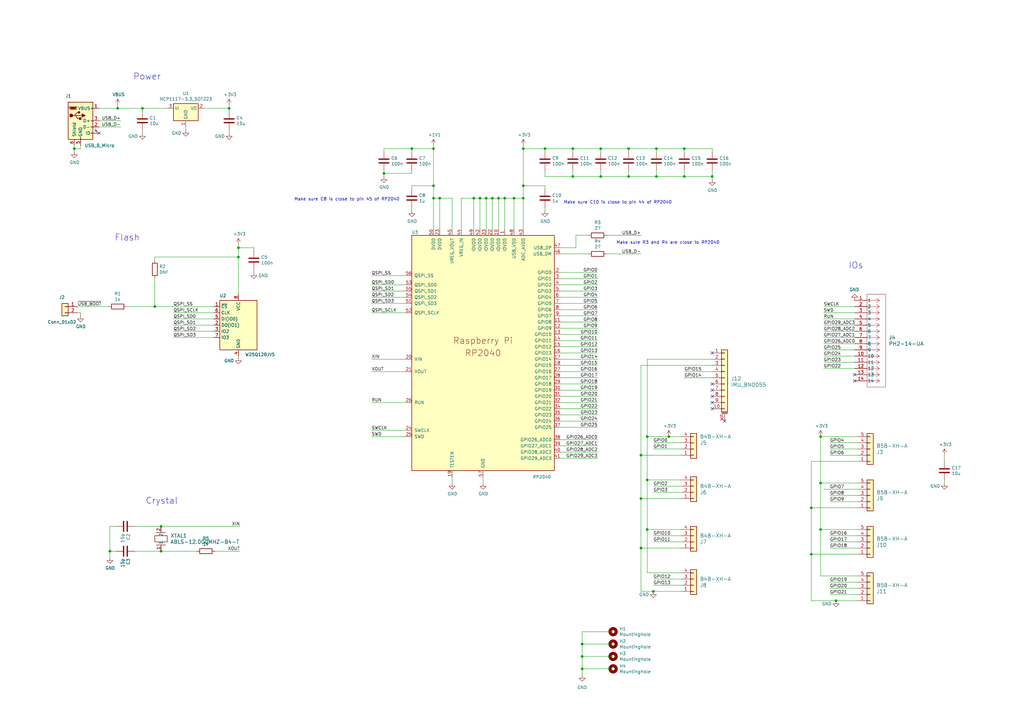
<source format=kicad_sch>
(kicad_sch (version 20230121) (generator eeschema)
  (paper "A3")
  (title_block (date "2024-01-16"))
  (lib_symbols
    (symbol "2024-02-16_17-56-34:PH2-14-UA" (pin_names (offset 0.254))
      (property "Reference" "J" (at 8.89 6.35 0))
      (property "Value" "PH2-14-UA" (at 0 0 0))
      (symbol "PH2-14-UA_1_1"
        (pin unspecified line (at 0 0 0) (length 5.08) (name "1") (number "1"))
        (pin unspecified line (at 0 -22.86 0) (length 5.08) (name "10") (number "10"))
        (pin unspecified line (at 0 -25.4 0) (length 5.08) (name "11") (number "11"))
        (pin unspecified line (at 0 -27.94 0) (length 5.08) (name "12") (number "12"))
        (pin unspecified line (at 0 -30.48 0) (length 5.08) (name "13") (number "13"))
        (pin unspecified line (at 0 -33.02 0) (length 5.08) (name "14") (number "14"))
        (pin unspecified line (at 0 -2.54 0) (length 5.08) (name "2") (number "2"))
        (pin unspecified line (at 0 -5.08 0) (length 5.08) (name "3") (number "3"))
        (pin unspecified line (at 0 -7.62 0) (length 5.08) (name "4") (number "4"))
        (pin unspecified line (at 0 -10.16 0) (length 5.08) (name "5") (number "5"))
        (pin unspecified line (at 0 -12.7 0) (length 5.08) (name "6") (number "6"))
        (pin unspecified line (at 0 -15.24 0) (length 5.08) (name "7") (number "7"))
        (pin unspecified line (at 0 -17.78 0) (length 5.08) (name "8") (number "8"))
        (pin unspecified line (at 0 -20.32 0) (length 5.08) (name "9") (number "9"))
      )
      (symbol "PH2-14-UA_1_2"
        (pin unspecified line (at 0 0 0) (length 5.08) (name "1") (number "1"))
        (pin unspecified line (at 0 -22.86 0) (length 5.08) (name "10") (number "10"))
        (pin unspecified line (at 0 -25.4 0) (length 5.08) (name "11") (number "11"))
        (pin unspecified line (at 0 -27.94 0) (length 5.08) (name "12") (number "12"))
        (pin unspecified line (at 0 -30.48 0) (length 5.08) (name "13") (number "13"))
        (pin unspecified line (at 0 -33.02 0) (length 5.08) (name "14") (number "14"))
        (pin unspecified line (at 0 -2.54 0) (length 5.08) (name "2") (number "2"))
        (pin unspecified line (at 0 -5.08 0) (length 5.08) (name "3") (number "3"))
        (pin unspecified line (at 0 -7.62 0) (length 5.08) (name "4") (number "4"))
        (pin unspecified line (at 0 -10.16 0) (length 5.08) (name "5") (number "5"))
        (pin unspecified line (at 0 -12.7 0) (length 5.08) (name "6") (number "6"))
        (pin unspecified line (at 0 -15.24 0) (length 5.08) (name "7") (number "7"))
        (pin unspecified line (at 0 -17.78 0) (length 5.08) (name "8") (number "8"))
        (pin unspecified line (at 0 -20.32 0) (length 5.08) (name "9") (number "9"))
      )
    )
    (symbol "2024-04-02_20-12-24:ABLS-12.000MHZ-B4-T" (pin_names (offset 0.254))
      (property "Reference" "XTAL" (at 5.08 4.445 0))
      (property "Value" "ABLS-12.000MHZ-B4-T" (at 5.08 -4.445 0))
      (symbol "ABLS-12.000MHZ-B4-T_1_1"
        (pin unspecified line (at 0 0 0) (length 2.54) (name "1") (number "1"))
        (pin unspecified line (at 10.16 0 180) (length 2.54) (name "2") (number "2"))
      )
      (symbol "ABLS-12.000MHZ-B4-T_1_2"
        (pin unspecified line (at 0 0 90) (length 2.54) (name "1") (number "1"))
        (pin unspecified line (at 0 10.16 270) (length 2.54) (name "2") (number "2"))
      )
    )
    (symbol "Connector:USB_B_Micro" (pin_names (offset 1.016))
      (property "Reference" "J" (at -5.08 11.43 0))
      (property "Value" "USB_B_Micro" (at -5.08 8.89 0))
      (symbol "USB_B_Micro_1_1"
        (pin power_out line (at 7.62 5.08 180) (length 2.54) (name "VBUS") (number "1"))
        (pin bidirectional line (at 7.62 -2.54 180) (length 2.54) (name "D-") (number "2"))
        (pin bidirectional line (at 7.62 0 180) (length 2.54) (name "D+") (number "3"))
        (pin passive line (at 7.62 -5.08 180) (length 2.54) (name "ID") (number "4"))
        (pin power_out line (at 0 -10.16 90) (length 2.54) (name "GND") (number "5"))
        (pin passive line (at -2.54 -10.16 90) (length 2.54) (name "Shield") (number "6"))
      )
    )
    (symbol "Connector_Generic:Conn_01x02" (pin_names (offset 1.016) hide)
      (property "Reference" "J" (at 0 2.54 0))
      (property "Value" "Conn_01x02" (at 0 -5.08 0))
      (symbol "Conn_01x02_1_1"
        (pin passive line (at -5.08 0 0) (length 3.81) (name "Pin_1") (number "1"))
        (pin passive line (at -5.08 -2.54 0) (length 3.81) (name "Pin_2") (number "2"))
      )
    )
    (symbol "Connector_Generic:Conn_01x04" (pin_names (offset 1.016) hide)
      (property "Reference" "J" (at 0 5.08 0))
      (property "Value" "Conn_01x04" (at 0 -7.62 0))
      (symbol "Conn_01x04_1_1"
        (pin passive line (at -5.08 2.54 0) (length 3.81) (name "Pin_1") (number "1"))
        (pin passive line (at -5.08 0 0) (length 3.81) (name "Pin_2") (number "2"))
        (pin passive line (at -5.08 -2.54 0) (length 3.81) (name "Pin_3") (number "3"))
        (pin passive line (at -5.08 -5.08 0) (length 3.81) (name "Pin_4") (number "4"))
      )
    )
    (symbol "Connector_Generic:Conn_01x05" (pin_names (offset 1.016) hide)
      (property "Reference" "J" (at 0 7.62 0))
      (property "Value" "Conn_01x05" (at 0 -7.62 0))
      (symbol "Conn_01x05_1_1"
        (pin passive line (at -5.08 5.08 0) (length 3.81) (name "Pin_1") (number "1"))
        (pin passive line (at -5.08 2.54 0) (length 3.81) (name "Pin_2") (number "2"))
        (pin passive line (at -5.08 0 0) (length 3.81) (name "Pin_3") (number "3"))
        (pin passive line (at -5.08 -2.54 0) (length 3.81) (name "Pin_4") (number "4"))
        (pin passive line (at -5.08 -5.08 0) (length 3.81) (name "Pin_5") (number "5"))
      )
    )
    (symbol "Connector_Generic_MountingPin:Conn_01x10_MountingPin" (pin_names (offset 1.016) hide)
      (property "Reference" "J" (at 0 12.7 0))
      (property "Value" "Conn_01x10_MountingPin" (at 1.27 -15.24 0))
      (symbol "Conn_01x10_MountingPin_1_1"
        (text "Mounting" (at 0 -14.351 0) (effects (font (size 0.381 0.381))))
        (pin passive line (at -5.08 10.16 0) (length 3.81) (name "Pin_1") (number "1"))
        (pin passive line (at -5.08 -12.7 0) (length 3.81) (name "Pin_10") (number "10"))
        (pin passive line (at -5.08 7.62 0) (length 3.81) (name "Pin_2") (number "2"))
        (pin passive line (at -5.08 5.08 0) (length 3.81) (name "Pin_3") (number "3"))
        (pin passive line (at -5.08 2.54 0) (length 3.81) (name "Pin_4") (number "4"))
        (pin passive line (at -5.08 0 0) (length 3.81) (name "Pin_5") (number "5"))
        (pin passive line (at -5.08 -2.54 0) (length 3.81) (name "Pin_6") (number "6"))
        (pin passive line (at -5.08 -5.08 0) (length 3.81) (name "Pin_7") (number "7"))
        (pin passive line (at -5.08 -7.62 0) (length 3.81) (name "Pin_8") (number "8"))
        (pin passive line (at -5.08 -10.16 0) (length 3.81) (name "Pin_9") (number "9"))
        (pin passive line (at 0 -17.78 90) (length 3.048) (name "MountPin") (number "MP"))
      )
    )
    (symbol "Device:C" (pin_numbers hide) (pin_names (offset 0.254))
      (property "Reference" "C" (at 0.635 2.54 0))
      (property "Value" "C" (at 0.635 -2.54 0))
      (symbol "C_1_1"
        (pin passive line (at 0 3.81 270) (length 2.794) (name "~") (number "1"))
        (pin passive line (at 0 -3.81 90) (length 2.794) (name "~") (number "2"))
      )
    )
    (symbol "Device:R" (pin_numbers hide) (pin_names (offset 0))
      (property "Reference" "R" (at 2.032 0 90))
      (property "Value" "R" (at 0 0 90))
      (symbol "R_1_1"
        (pin passive line (at 0 3.81 270) (length 1.27) (name "~") (number "1"))
        (pin passive line (at 0 -3.81 90) (length 1.27) (name "~") (number "2"))
      )
    )
    (symbol "MCU_RaspberryPi_RP2040:RP2040" (pin_names (offset 1.016))
      (property "Reference" "U" (at -29.21 49.53 0))
      (property "Value" "RP2040" (at 24.13 -49.53 0))
      (symbol "RP2040_0_0"
        (text "Raspberry Pi" (at 0 5.08 0) (effects (font (size 2.54 2.54))))
        (text "RP2040" (at 0 0 0) (effects (font (size 2.54 2.54))))
      )
      (symbol "RP2040_1_1"
        (pin power_in line (at 8.89 50.8 270) (length 2.54) (name "IOVDD") (number "1"))
        (pin power_in line (at 6.35 50.8 270) (length 2.54) (name "IOVDD") (number "10"))
        (pin bidirectional line (at 31.75 12.7 180) (length 2.54) (name "GPIO8") (number "11"))
        (pin bidirectional line (at 31.75 10.16 180) (length 2.54) (name "GPIO9") (number "12"))
        (pin bidirectional line (at 31.75 7.62 180) (length 2.54) (name "GPIO10") (number "13"))
        (pin bidirectional line (at 31.75 5.08 180) (length 2.54) (name "GPIO11") (number "14"))
        (pin bidirectional line (at 31.75 2.54 180) (length 2.54) (name "GPIO12") (number "15"))
        (pin bidirectional line (at 31.75 0 180) (length 2.54) (name "GPIO13") (number "16"))
        (pin bidirectional line (at 31.75 -2.54 180) (length 2.54) (name "GPIO14") (number "17"))
        (pin bidirectional line (at 31.75 -5.08 180) (length 2.54) (name "GPIO15") (number "18"))
        (pin passive line (at -12.7 -50.8 90) (length 2.54) (name "TESTEN") (number "19"))
        (pin bidirectional line (at 31.75 33.02 180) (length 2.54) (name "GPIO0") (number "2"))
        (pin input line (at -31.75 -2.54 0) (length 2.54) (name "XIN") (number "20"))
        (pin passive line (at -31.75 -7.62 0) (length 2.54) (name "XOUT") (number "21"))
        (pin power_in line (at 3.81 50.8 270) (length 2.54) (name "IOVDD") (number "22"))
        (pin power_in line (at -17.78 50.8 270) (length 2.54) (name "DVDD") (number "23"))
        (pin output line (at -31.75 -31.75 0) (length 2.54) (name "SWCLK") (number "24"))
        (pin bidirectional line (at -31.75 -34.29 0) (length 2.54) (name "SWD") (number "25"))
        (pin input line (at -31.75 -20.32 0) (length 2.54) (name "RUN") (number "26"))
        (pin bidirectional line (at 31.75 -7.62 180) (length 2.54) (name "GPIO16") (number "27"))
        (pin bidirectional line (at 31.75 -10.16 180) (length 2.54) (name "GPIO17") (number "28"))
        (pin bidirectional line (at 31.75 -12.7 180) (length 2.54) (name "GPIO18") (number "29"))
        (pin bidirectional line (at 31.75 30.48 180) (length 2.54) (name "GPIO1") (number "3"))
        (pin bidirectional line (at 31.75 -15.24 180) (length 2.54) (name "GPIO19") (number "30"))
        (pin bidirectional line (at 31.75 -17.78 180) (length 2.54) (name "GPIO20") (number "31"))
        (pin bidirectional line (at 31.75 -20.32 180) (length 2.54) (name "GPIO21") (number "32"))
        (pin power_in line (at 1.27 50.8 270) (length 2.54) (name "IOVDD") (number "33"))
        (pin bidirectional line (at 31.75 -22.86 180) (length 2.54) (name "GPIO22") (number "34"))
        (pin bidirectional line (at 31.75 -25.4 180) (length 2.54) (name "GPIO23") (number "35"))
        (pin bidirectional line (at 31.75 -27.94 180) (length 2.54) (name "GPIO24") (number "36"))
        (pin bidirectional line (at 31.75 -30.48 180) (length 2.54) (name "GPIO25") (number "37"))
        (pin bidirectional line (at 31.75 -35.56 180) (length 2.54) (name "GPIO26_ADC0") (number "38"))
        (pin bidirectional line (at 31.75 -38.1 180) (length 2.54) (name "GPIO27_ADC1") (number "39"))
        (pin bidirectional line (at 31.75 27.94 180) (length 2.54) (name "GPIO2") (number "4"))
        (pin bidirectional line (at 31.75 -40.64 180) (length 2.54) (name "GPIO28_ADC2") (number "40"))
        (pin bidirectional line (at 31.75 -43.18 180) (length 2.54) (name "GPIO29_ADC3") (number "41"))
        (pin power_in line (at -1.27 50.8 270) (length 2.54) (name "IOVDD") (number "42"))
        (pin power_in line (at 16.51 50.8 270) (length 2.54) (name "ADC_AVDD") (number "43"))
        (pin power_in line (at -8.89 50.8 270) (length 2.54) (name "VREG_IN") (number "44"))
        (pin power_out line (at -12.7 50.8 270) (length 2.54) (name "VREG_VOUT") (number "45"))
        (pin bidirectional line (at 31.75 40.64 180) (length 2.54) (name "USB_DM") (number "46"))
        (pin bidirectional line (at 31.75 43.18 180) (length 2.54) (name "USB_DP") (number "47"))
        (pin power_in line (at 12.7 50.8 270) (length 2.54) (name "USB_VDD") (number "48"))
        (pin power_in line (at -3.81 50.8 270) (length 2.54) (name "IOVDD") (number "49"))
        (pin bidirectional line (at 31.75 25.4 180) (length 2.54) (name "GPIO3") (number "5"))
        (pin power_in line (at -20.32 50.8 270) (length 2.54) (name "DVDD") (number "50"))
        (pin bidirectional line (at -31.75 20.32 0) (length 2.54) (name "QSPI_SD3") (number "51"))
        (pin output line (at -31.75 16.51 0) (length 2.54) (name "QSPI_SCLK") (number "52"))
        (pin bidirectional line (at -31.75 27.94 0) (length 2.54) (name "QSPI_SD0") (number "53"))
        (pin bidirectional line (at -31.75 22.86 0) (length 2.54) (name "QSPI_SD2") (number "54"))
        (pin bidirectional line (at -31.75 25.4 0) (length 2.54) (name "QSPI_SD1") (number "55"))
        (pin bidirectional line (at -31.75 31.75 0) (length 2.54) (name "QSPI_SS") (number "56"))
        (pin power_in line (at 0 -50.8 90) (length 2.54) (name "GND") (number "57"))
        (pin bidirectional line (at 31.75 22.86 180) (length 2.54) (name "GPIO4") (number "6"))
        (pin bidirectional line (at 31.75 20.32 180) (length 2.54) (name "GPIO5") (number "7"))
        (pin bidirectional line (at 31.75 17.78 180) (length 2.54) (name "GPIO6") (number "8"))
        (pin bidirectional line (at 31.75 15.24 180) (length 2.54) (name "GPIO7") (number "9"))
      )
    )
    (symbol "Mechanical:MountingHole" (pin_names (offset 1.016))
      (property "Reference" "H" (at 0 5.08 0))
      (property "Value" "MountingHole" (at 0 3.175 0))
    )
    (symbol "Memory_Flash:W25Q128JVS"
      (property "Reference" "U" (at -8.89 8.89 0))
      (property "Value" "W25Q128JVS" (at 7.62 8.89 0))
      (symbol "W25Q128JVS_1_1"
        (pin input line (at -10.16 7.62 0) (length 2.54) (name "~{CS}") (number "1"))
        (pin bidirectional line (at -10.16 0 0) (length 2.54) (name "DO(IO1)") (number "2"))
        (pin bidirectional line (at -10.16 -2.54 0) (length 2.54) (name "IO2") (number "3"))
        (pin power_in line (at 0 -12.7 90) (length 2.54) (name "GND") (number "4"))
        (pin bidirectional line (at -10.16 2.54 0) (length 2.54) (name "DI(IO0)") (number "5"))
        (pin input line (at -10.16 5.08 0) (length 2.54) (name "CLK") (number "6"))
        (pin bidirectional line (at -10.16 -5.08 0) (length 2.54) (name "IO3") (number "7"))
        (pin power_in line (at 0 12.7 270) (length 2.54) (name "VCC") (number "8"))
      )
    )
    (symbol "Regulator_Linear:NCP1117-3.3_SOT223"
      (property "Reference" "U" (at -3.81 3.175 0))
      (property "Value" "NCP1117-3.3_SOT223" (at 0 3.175 0))
      (symbol "NCP1117-3.3_SOT223_1_1"
        (pin power_in line (at 0 -7.62 90) (length 2.54) (name "GND") (number "1"))
        (pin power_out line (at 7.62 0 180) (length 2.54) (name "VO") (number "2"))
        (pin power_in line (at -7.62 0 0) (length 2.54) (name "VI") (number "3"))
      )
    )
    (symbol "power:+1V1" (power) (pin_names (offset 0))
      (property "Value" "+1V1" (at 0 3.556 0))
      (symbol "+1V1_1_1"
        (pin power_in line (at 0 0 90) (length 0) hide (name "+1V1") (number "1"))
      )
    )
    (symbol "power:+3V3" (power) (pin_names (offset 0))
      (property "Value" "+3V3" (at 0 3.556 0))
      (symbol "+3V3_1_1"
        (pin power_in line (at 0 0 90) (length 0) hide (name "+3V3") (number "1"))
      )
    )
    (symbol "power:GND" (power) (pin_names (offset 0))
      (property "Value" "GND" (at 0 -3.81 0))
      (symbol "GND_1_1"
        (pin power_in line (at 0 0 270) (length 0) hide (name "GND") (number "1"))
      )
    )
    (symbol "power:VBUS" (power) (pin_names (offset 0))
      (property "Value" "VBUS" (at 0 3.81 0))
      (symbol "VBUS_1_1"
        (pin power_in line (at 0 0 90) (length 0) hide (name "VBUS") (number "1"))
      )
    )
  )
  (junction (at 201.93 81.28))
  (junction (at 199.39 81.28))
  (junction (at 238.76 269.24))
  (junction (at 97.79 105.41))
  (junction (at 336.55 217.17))
  (junction (at 265.43 217.17))
  (junction (at 177.8 76.2))
  (junction (at 214.63 76.2))
  (junction (at 336.55 198.12))
  (junction (at 168.91 60.96))
  (junction (at 45.085 226.06))
  (junction (at 223.52 60.96))
  (junction (at 246.38 72.39))
  (junction (at 257.81 60.96))
  (junction (at 342.9 246.38))
  (junction (at 246.38 60.96))
  (junction (at 177.8 81.28))
  (junction (at 336.55 179.07))
  (junction (at 265.43 196.85))
  (junction (at 180.34 81.28))
  (junction (at 204.47 81.28))
  (junction (at 157.48 71.12))
  (junction (at 93.98 44.45))
  (junction (at 280.67 60.96))
  (junction (at 66.04 226.06))
  (junction (at 265.43 179.07))
  (junction (at 262.89 204.47))
  (junction (at 292.1 72.39))
  (junction (at 332.74 208.28))
  (junction (at 274.32 179.07))
  (junction (at 48.26 44.45))
  (junction (at 257.81 72.39))
  (junction (at 97.79 101.6))
  (junction (at 66.04 215.9))
  (junction (at 30.48 60.96))
  (junction (at 238.76 264.16))
  (junction (at 177.8 60.96))
  (junction (at 234.95 72.39))
  (junction (at 269.24 72.39))
  (junction (at 262.89 224.79))
  (junction (at 58.42 44.45))
  (junction (at 332.74 227.33))
  (junction (at 267.97 242.57))
  (junction (at 207.01 81.28))
  (junction (at 214.63 81.28))
  (junction (at 63.5 125.73))
  (junction (at 238.76 274.32))
  (junction (at 196.85 81.28))
  (junction (at 214.63 60.96))
  (junction (at 194.31 81.28))
  (junction (at 269.24 60.96))
  (junction (at 262.89 186.69))
  (junction (at 280.67 72.39))
  (junction (at 210.82 81.28))
  (junction (at 234.95 60.96))
  (no_connect (at 297.18 172.72))
  (no_connect (at 292.1 160.02))
  (no_connect (at 292.1 144.78))
  (no_connect (at 350.52 153.67))
  (no_connect (at 292.1 165.1))
  (no_connect (at 40.64 54.61))
  (no_connect (at 292.1 157.48))
  (no_connect (at 292.1 167.64))
  (no_connect (at 350.52 156.21))
  (no_connect (at 292.1 162.56))
  (wire (pts (xy 177.8 81.28) (xy 177.8 93.98)))
  (wire (pts (xy 229.87 137.16) (xy 245.11 137.16)))
  (wire (pts (xy 157.48 71.12) (xy 168.91 71.12)))
  (wire (pts (xy 236.22 96.52) (xy 236.22 101.6)))
  (wire (pts (xy 274.32 179.07) (xy 279.4 179.07)))
  (wire (pts (xy 48.26 44.45) (xy 58.42 44.45)))
  (wire (pts (xy 350.52 146.05) (xy 337.82 146.05)))
  (wire (pts (xy 246.38 60.96) (xy 257.81 60.96)))
  (wire (pts (xy 207.01 81.28) (xy 210.82 81.28)))
  (wire (pts (xy 265.43 217.17) (xy 265.43 234.95)))
  (wire (pts (xy 238.76 259.08) (xy 238.76 264.16)))
  (wire (pts (xy 387.35 196.85) (xy 387.35 198.12)))
  (wire (pts (xy 87.63 138.43) (xy 71.12 138.43)))
  (wire (pts (xy 246.38 62.23) (xy 246.38 60.96)))
  (wire (pts (xy 336.55 217.17) (xy 336.55 236.22)))
  (wire (pts (xy 177.8 59.69) (xy 177.8 60.96)))
  (wire (pts (xy 340.36 205.74) (xy 351.79 205.74)))
  (wire (pts (xy 229.87 149.86) (xy 245.11 149.86)))
  (wire (pts (xy 336.55 236.22) (xy 351.79 236.22)))
  (wire (pts (xy 351.79 243.84) (xy 340.36 243.84)))
  (wire (pts (xy 97.79 101.6) (xy 97.79 105.41)))
  (wire (pts (xy 342.9 246.38) (xy 332.74 246.38)))
  (wire (pts (xy 58.42 53.34) (xy 58.42 54.61)))
  (wire (pts (xy 229.87 175.26) (xy 245.11 175.26)))
  (wire (pts (xy 194.31 81.28) (xy 196.85 81.28)))
  (wire (pts (xy 229.87 170.18) (xy 245.11 170.18)))
  (wire (pts (xy 48.26 43.18) (xy 48.26 44.45)))
  (wire (pts (xy 265.43 179.07) (xy 274.32 179.07)))
  (wire (pts (xy 229.87 104.14) (xy 241.3 104.14)))
  (wire (pts (xy 340.36 186.69) (xy 351.79 186.69)))
  (wire (pts (xy 351.79 246.38) (xy 342.9 246.38)))
  (wire (pts (xy 229.87 111.76) (xy 245.11 111.76)))
  (wire (pts (xy 279.4 186.69) (xy 262.89 186.69)))
  (wire (pts (xy 71.12 128.27) (xy 87.63 128.27)))
  (wire (pts (xy 97.79 100.33) (xy 97.79 101.6)))
  (wire (pts (xy 248.92 96.52) (xy 262.89 96.52)))
  (wire (pts (xy 185.42 93.98) (xy 185.42 81.28)))
  (wire (pts (xy 238.76 269.24) (xy 251.46 269.24)))
  (wire (pts (xy 265.43 147.32) (xy 265.43 179.07)))
  (wire (pts (xy 246.38 69.85) (xy 246.38 72.39)))
  (wire (pts (xy 229.87 116.84) (xy 245.11 116.84)))
  (wire (pts (xy 336.55 198.12) (xy 351.79 198.12)))
  (wire (pts (xy 265.43 179.07) (xy 265.43 196.85)))
  (wire (pts (xy 58.42 45.72) (xy 58.42 44.45)))
  (wire (pts (xy 177.8 76.2) (xy 177.8 81.28)))
  (wire (pts (xy 280.67 154.94) (xy 292.1 154.94)))
  (wire (pts (xy 267.97 219.71) (xy 279.4 219.71)))
  (wire (pts (xy 189.23 81.28) (xy 194.31 81.28)))
  (wire (pts (xy 157.48 60.96) (xy 168.91 60.96)))
  (wire (pts (xy 332.74 189.23) (xy 332.74 208.28)))
  (wire (pts (xy 229.87 185.42) (xy 245.11 185.42)))
  (wire (pts (xy 63.5 114.3) (xy 63.5 125.73)))
  (wire (pts (xy 265.43 196.85) (xy 279.4 196.85)))
  (wire (pts (xy 238.76 264.16) (xy 251.46 264.16)))
  (wire (pts (xy 157.48 69.85) (xy 157.48 71.12)))
  (wire (pts (xy 267.97 184.15) (xy 279.4 184.15)))
  (wire (pts (xy 152.4 124.46) (xy 166.37 124.46)))
  (wire (pts (xy 55.245 215.9) (xy 66.04 215.9)))
  (wire (pts (xy 332.74 227.33) (xy 351.79 227.33)))
  (wire (pts (xy 280.67 152.4) (xy 292.1 152.4)))
  (wire (pts (xy 93.98 45.72) (xy 93.98 44.45)))
  (wire (pts (xy 332.74 208.28) (xy 351.79 208.28)))
  (wire (pts (xy 214.63 81.28) (xy 214.63 93.98)))
  (wire (pts (xy 168.91 60.96) (xy 177.8 60.96)))
  (wire (pts (xy 44.45 125.73) (xy 31.75 125.73)))
  (wire (pts (xy 350.52 140.97) (xy 337.82 140.97)))
  (wire (pts (xy 214.63 76.2) (xy 223.52 76.2)))
  (wire (pts (xy 267.97 237.49) (xy 279.4 237.49)))
  (wire (pts (xy 97.79 146.685) (xy 97.79 146.05)))
  (wire (pts (xy 336.55 179.07) (xy 336.55 198.12)))
  (wire (pts (xy 199.39 93.98) (xy 199.39 81.28)))
  (wire (pts (xy 40.64 49.53) (xy 49.53 49.53)))
  (wire (pts (xy 177.8 60.96) (xy 177.8 76.2)))
  (wire (pts (xy 210.82 81.28) (xy 214.63 81.28)))
  (wire (pts (xy 152.4 119.38) (xy 166.37 119.38)))
  (wire (pts (xy 166.37 165.1) (xy 152.4 165.1)))
  (wire (pts (xy 340.36 224.79) (xy 351.79 224.79)))
  (wire (pts (xy 269.24 62.23) (xy 269.24 60.96)))
  (wire (pts (xy 350.52 135.89) (xy 337.82 135.89)))
  (wire (pts (xy 262.89 149.86) (xy 262.89 186.69)))
  (wire (pts (xy 332.74 227.33) (xy 332.74 246.38)))
  (wire (pts (xy 196.85 81.28) (xy 199.39 81.28)))
  (wire (pts (xy 87.63 133.35) (xy 71.12 133.35)))
  (wire (pts (xy 340.36 184.15) (xy 351.79 184.15)))
  (wire (pts (xy 223.52 62.23) (xy 223.52 60.96)))
  (wire (pts (xy 214.63 60.96) (xy 223.52 60.96)))
  (wire (pts (xy 104.14 101.6) (xy 97.79 101.6)))
  (wire (pts (xy 207.01 81.28) (xy 207.01 93.98)))
  (wire (pts (xy 340.36 238.76) (xy 351.79 238.76)))
  (wire (pts (xy 196.85 93.98) (xy 196.85 81.28)))
  (wire (pts (xy 33.02 59.69) (xy 33.02 60.96)))
  (wire (pts (xy 45.085 226.06) (xy 45.085 228.6)))
  (wire (pts (xy 229.87 101.6) (xy 236.22 101.6)))
  (wire (pts (xy 66.04 215.9) (xy 98.425 215.9)))
  (wire (pts (xy 214.63 60.96) (xy 214.63 76.2)))
  (wire (pts (xy 238.76 269.24) (xy 238.76 274.32)))
  (wire (pts (xy 76.2 52.07) (xy 76.2 53.34)))
  (wire (pts (xy 166.37 152.4) (xy 152.4 152.4)))
  (wire (pts (xy 166.37 113.03) (xy 152.4 113.03)))
  (wire (pts (xy 269.24 60.96) (xy 280.67 60.96)))
  (wire (pts (xy 292.1 69.85) (xy 292.1 72.39)))
  (wire (pts (xy 267.97 201.93) (xy 279.4 201.93)))
  (wire (pts (xy 88.265 226.06) (xy 98.425 226.06)))
  (wire (pts (xy 83.82 44.45) (xy 93.98 44.45)))
  (wire (pts (xy 340.36 222.25) (xy 351.79 222.25)))
  (wire (pts (xy 229.87 147.32) (xy 245.11 147.32)))
  (wire (pts (xy 229.87 127) (xy 245.11 127)))
  (wire (pts (xy 168.91 71.12) (xy 168.91 69.85)))
  (wire (pts (xy 262.89 224.79) (xy 279.4 224.79)))
  (wire (pts (xy 234.95 62.23) (xy 234.95 60.96)))
  (wire (pts (xy 234.95 72.39) (xy 223.52 72.39)))
  (wire (pts (xy 229.87 180.34) (xy 245.11 180.34)))
  (wire (pts (xy 214.63 76.2) (xy 214.63 81.28)))
  (wire (pts (xy 336.55 198.12) (xy 336.55 217.17)))
  (wire (pts (xy 214.63 59.69) (xy 214.63 60.96)))
  (wire (pts (xy 229.87 129.54) (xy 245.11 129.54)))
  (wire (pts (xy 168.91 77.47) (xy 168.91 76.2)))
  (wire (pts (xy 87.63 135.89) (xy 71.12 135.89)))
  (wire (pts (xy 31.75 128.27) (xy 33.02 128.27)))
  (wire (pts (xy 234.95 60.96) (xy 246.38 60.96)))
  (wire (pts (xy 267.97 181.61) (xy 279.4 181.61)))
  (wire (pts (xy 52.07 125.73) (xy 63.5 125.73)))
  (wire (pts (xy 265.43 196.85) (xy 265.43 217.17)))
  (wire (pts (xy 262.89 224.79) (xy 262.89 242.57)))
  (wire (pts (xy 30.48 59.69) (xy 30.48 60.96)))
  (wire (pts (xy 229.87 187.96) (xy 245.11 187.96)))
  (wire (pts (xy 66.04 226.06) (xy 80.645 226.06)))
  (wire (pts (xy 234.95 69.85) (xy 234.95 72.39)))
  (wire (pts (xy 180.34 93.98) (xy 180.34 81.28)))
  (wire (pts (xy 267.97 222.25) (xy 279.4 222.25)))
  (wire (pts (xy 280.67 72.39) (xy 292.1 72.39)))
  (wire (pts (xy 33.02 60.96) (xy 30.48 60.96)))
  (wire (pts (xy 350.52 130.81) (xy 337.82 130.81)))
  (wire (pts (xy 68.58 44.45) (xy 58.42 44.45)))
  (wire (pts (xy 269.24 69.85) (xy 269.24 72.39)))
  (wire (pts (xy 223.52 60.96) (xy 234.95 60.96)))
  (wire (pts (xy 265.43 147.32) (xy 292.1 147.32)))
  (wire (pts (xy 223.52 85.09) (xy 223.52 86.36)))
  (wire (pts (xy 229.87 132.08) (xy 245.11 132.08)))
  (wire (pts (xy 204.47 93.98) (xy 204.47 81.28)))
  (wire (pts (xy 55.245 226.06) (xy 66.04 226.06)))
  (wire (pts (xy 262.89 149.86) (xy 292.1 149.86)))
  (wire (pts (xy 47.625 226.06) (xy 45.085 226.06)))
  (wire (pts (xy 229.87 119.38) (xy 245.11 119.38)))
  (wire (pts (xy 292.1 62.23) (xy 292.1 60.96)))
  (wire (pts (xy 166.37 179.07) (xy 152.4 179.07)))
  (wire (pts (xy 199.39 81.28) (xy 201.93 81.28)))
  (wire (pts (xy 292.1 72.39) (xy 292.1 73.66)))
  (wire (pts (xy 267.97 199.39) (xy 279.4 199.39)))
  (wire (pts (xy 387.35 186.69) (xy 387.35 189.23)))
  (wire (pts (xy 229.87 157.48) (xy 245.11 157.48)))
  (wire (pts (xy 262.89 242.57) (xy 267.97 242.57)))
  (wire (pts (xy 166.37 128.27) (xy 152.4 128.27)))
  (wire (pts (xy 262.89 204.47) (xy 262.89 224.79)))
  (wire (pts (xy 198.12 195.58) (xy 198.12 198.12)))
  (wire (pts (xy 340.36 181.61) (xy 351.79 181.61)))
  (wire (pts (xy 168.91 76.2) (xy 177.8 76.2)))
  (wire (pts (xy 229.87 154.94) (xy 245.11 154.94)))
  (wire (pts (xy 87.63 130.81) (xy 71.12 130.81)))
  (wire (pts (xy 246.38 72.39) (xy 234.95 72.39)))
  (wire (pts (xy 332.74 189.23) (xy 351.79 189.23)))
  (wire (pts (xy 251.46 259.08) (xy 238.76 259.08)))
  (wire (pts (xy 350.52 143.51) (xy 337.82 143.51)))
  (wire (pts (xy 223.52 69.85) (xy 223.52 72.39)))
  (wire (pts (xy 350.52 148.59) (xy 337.82 148.59)))
  (wire (pts (xy 350.52 128.27) (xy 337.82 128.27)))
  (wire (pts (xy 185.42 195.58) (xy 185.42 198.12)))
  (wire (pts (xy 229.87 160.02) (xy 245.11 160.02)))
  (wire (pts (xy 267.97 242.57) (xy 279.4 242.57)))
  (wire (pts (xy 47.625 215.9) (xy 45.085 215.9)))
  (wire (pts (xy 229.87 139.7) (xy 245.11 139.7)))
  (wire (pts (xy 350.52 125.73) (xy 337.82 125.73)))
  (wire (pts (xy 336.55 217.17) (xy 351.79 217.17)))
  (wire (pts (xy 229.87 165.1) (xy 245.11 165.1)))
  (wire (pts (xy 180.34 81.28) (xy 177.8 81.28)))
  (wire (pts (xy 248.92 104.14) (xy 262.89 104.14)))
  (wire (pts (xy 229.87 144.78) (xy 245.11 144.78)))
  (wire (pts (xy 280.67 72.39) (xy 269.24 72.39)))
  (wire (pts (xy 45.085 215.9) (xy 45.085 226.06)))
  (wire (pts (xy 152.4 116.84) (xy 166.37 116.84)))
  (wire (pts (xy 265.43 217.17) (xy 279.4 217.17)))
  (wire (pts (xy 265.43 234.95) (xy 279.4 234.95)))
  (wire (pts (xy 340.36 219.71) (xy 351.79 219.71)))
  (wire (pts (xy 201.93 81.28) (xy 204.47 81.28)))
  (wire (pts (xy 229.87 134.62) (xy 245.11 134.62)))
  (wire (pts (xy 229.87 152.4) (xy 245.11 152.4)))
  (wire (pts (xy 157.48 62.23) (xy 157.48 60.96)))
  (wire (pts (xy 236.22 96.52) (xy 241.3 96.52)))
  (wire (pts (xy 104.14 110.49) (xy 104.14 111.76)))
  (wire (pts (xy 157.48 71.12) (xy 157.48 72.39)))
  (wire (pts (xy 280.67 69.85) (xy 280.67 72.39)))
  (wire (pts (xy 152.4 147.32) (xy 166.37 147.32)))
  (wire (pts (xy 229.87 142.24) (xy 245.11 142.24)))
  (wire (pts (xy 257.81 60.96) (xy 269.24 60.96)))
  (wire (pts (xy 350.52 133.35) (xy 337.82 133.35)))
  (wire (pts (xy 340.36 203.2) (xy 351.79 203.2)))
  (wire (pts (xy 223.52 77.47) (xy 223.52 76.2)))
  (wire (pts (xy 350.52 151.13) (xy 337.82 151.13)))
  (wire (pts (xy 336.55 179.07) (xy 351.79 179.07)))
  (wire (pts (xy 152.4 121.92) (xy 166.37 121.92)))
  (wire (pts (xy 238.76 264.16) (xy 238.76 269.24)))
  (wire (pts (xy 229.87 124.46) (xy 245.11 124.46)))
  (wire (pts (xy 229.87 167.64) (xy 245.11 167.64)))
  (wire (pts (xy 229.87 114.3) (xy 245.11 114.3)))
  (wire (pts (xy 257.81 72.39) (xy 246.38 72.39)))
  (wire (pts (xy 262.89 204.47) (xy 279.4 204.47)))
  (wire (pts (xy 104.14 102.87) (xy 104.14 101.6)))
  (wire (pts (xy 269.24 72.39) (xy 257.81 72.39)))
  (wire (pts (xy 267.97 240.03) (xy 279.4 240.03)))
  (wire (pts (xy 204.47 81.28) (xy 207.01 81.28)))
  (wire (pts (xy 63.5 125.73) (xy 87.63 125.73)))
  (wire (pts (xy 194.31 93.98) (xy 194.31 81.28)))
  (wire (pts (xy 40.64 44.45) (xy 48.26 44.45)))
  (wire (pts (xy 350.52 138.43) (xy 337.82 138.43)))
  (wire (pts (xy 238.76 274.32) (xy 238.76 276.86)))
  (wire (pts (xy 262.89 186.69) (xy 262.89 204.47)))
  (wire (pts (xy 332.74 208.28) (xy 332.74 227.33)))
  (wire (pts (xy 201.93 93.98) (xy 201.93 81.28)))
  (wire (pts (xy 337.82 200.66) (xy 351.79 200.66)))
  (wire (pts (xy 168.91 62.23) (xy 168.91 60.96)))
  (wire (pts (xy 185.42 81.28) (xy 180.34 81.28)))
  (wire (pts (xy 280.67 60.96) (xy 292.1 60.96)))
  (wire (pts (xy 280.67 62.23) (xy 280.67 60.96)))
  (wire (pts (xy 257.81 69.85) (xy 257.81 72.39)))
  (wire (pts (xy 229.87 162.56) (xy 245.11 162.56)))
  (wire (pts (xy 229.87 172.72) (xy 245.11 172.72)))
  (wire (pts (xy 210.82 93.98) (xy 210.82 81.28)))
  (wire (pts (xy 257.81 62.23) (xy 257.81 60.96)))
  (wire (pts (xy 166.37 176.53) (xy 152.4 176.53)))
  (wire (pts (xy 351.79 241.3) (xy 340.36 241.3)))
  (wire (pts (xy 189.23 93.98) (xy 189.23 81.28)))
  (wire (pts (xy 168.91 85.09) (xy 168.91 86.36)))
  (wire (pts (xy 93.98 53.34) (xy 93.98 54.61)))
  (wire (pts (xy 30.48 60.96) (xy 30.48 62.23)))
  (wire (pts (xy 63.5 106.68) (xy 63.5 105.41)))
  (wire (pts (xy 63.5 105.41) (xy 97.79 105.41)))
  (wire (pts (xy 93.98 44.45) (xy 93.98 43.18)))
  (wire (pts (xy 238.76 274.32) (xy 251.46 274.32)))
  (wire (pts (xy 229.87 182.88) (xy 245.11 182.88)))
  (wire (pts (xy 229.87 121.92) (xy 245.11 121.92)))
  (wire (pts (xy 40.64 52.07) (xy 49.53 52.07)))
  (wire (pts (xy 33.02 128.27) (xy 33.02 129.54)))
  (wire (pts (xy 97.79 105.41) (xy 97.79 120.65)))
  (text "IOs" (at 347.98 110.49 0) (effects (font (size 2.54 2.54)) (justify left bottom)))
  (text "Power" (at 54.61 33.02 0) (effects (font (size 2.54 2.54)) (justify left bottom)))
  (text "Crystal" (at 59.69 207.01 0) (effects (font (size 2.54 2.54)) (justify left bottom)))
  (text "Make sure C8 is close to pin 45 of RP2040" (at 120.65 82.55 0) (effects (font (size 1.27 1.27)) (justify left bottom)))
  (text "Make sure C10 is close to pin 44 of RP2040" (at 231.14 83.82 0) (effects (font (size 1.27 1.27)) (justify left bottom)))
  (text "Make sure R3 and R4 are close to RP2040" (at 252.73 100.33 0) (effects (font (size 1.27 1.27)) (justify left bottom)))
  (text "Flash" (at 46.99 99.06 0) (effects (font (size 2.54 2.54)) (justify left bottom)))
  (label "XOUT" (at 98.425 226.06 180))
  (label "GPIO24" (at 337.82 146.05 0))
  (label "GPIO11" (at 267.97 222.25 0))
  (label "USB_D-" (at 49.53 52.07 180))
  (label "QSPI_SS" (at 71.12 125.73 0))
  (label "QSPI_SD3" (at 71.12 138.43 0))
  (label "QSPI_SD2" (at 152.4 121.92 0))
  (label "USB_D-" (at 262.89 104.14 180))
  (label "GPIO4" (at 245.11 121.92 180))
  (label "GPIO3" (at 267.97 201.93 0))
  (label "GPIO21" (at 340.36 243.84 0))
  (label "RUN" (at 152.4 165.1 0))
  (label "GPIO13" (at 267.97 240.03 0))
  (label "XOUT" (at 152.4 152.4 0))
  (label "GPIO29_ADC3" (at 245.11 187.96 180))
  (label "GPIO1" (at 267.97 184.15 0))
  (label "QSPI_SD1" (at 152.4 119.38 0))
  (label "GPIO13" (at 245.11 144.78 180))
  (label "GPIO15" (at 280.67 152.4 0))
  (label "GPIO6" (at 245.11 127 180))
  (label "GPIO10" (at 267.97 219.71 0))
  (label "USB_D+" (at 262.89 96.52 180))
  (label "GPIO29_ADC3" (at 337.82 133.35 0))
  (label "GPIO28_ADC2" (at 337.82 135.89 0))
  (label "SWD" (at 152.4 179.07 0))
  (label "GPIO20" (at 245.11 162.56 180))
  (label "QSPI_SD1" (at 71.12 133.35 0))
  (label "GPIO14" (at 280.67 154.94 0))
  (label "QSPI_SD3" (at 152.4 124.46 0))
  (label "SWD" (at 337.82 128.27 0))
  (label "GPIO19" (at 340.36 238.76 0))
  (label "RUN" (at 337.82 130.81 0))
  (label "GPIO18" (at 245.11 157.48 180))
  (label "GPIO25" (at 245.11 175.26 180))
  (label "GPIO17" (at 340.36 222.25 0))
  (label "GPIO0" (at 245.11 111.76 180))
  (label "GPIO21" (at 245.11 165.1 180))
  (label "GPIO11" (at 245.11 139.7 180))
  (label "GPIO27_ADC1" (at 245.11 182.88 180))
  (label "GPIO1" (at 245.11 114.3 180))
  (label "XIN" (at 98.425 215.9 180))
  (label "GPIO9" (at 340.36 205.74 0))
  (label "USB_D+" (at 49.53 49.53 180))
  (label "GPIO0" (at 267.97 181.61 0))
  (label "GPIO14" (at 245.11 147.32 180))
  (label "GPIO3" (at 245.11 119.38 180))
  (label "GPIO4" (at 340.36 181.61 0))
  (label "GPIO10" (at 245.11 137.16 180))
  (label "GPIO23" (at 245.11 170.18 180))
  (label "SWCLK" (at 152.4 176.53 0))
  (label "GPIO2" (at 267.97 199.39 0))
  (label "QSPI_SCLK" (at 152.4 128.27 0))
  (label "GPIO27_ADC1" (at 337.82 138.43 0))
  (label "GPIO25" (at 337.82 143.51 0))
  (label "QSPI_SD0" (at 152.4 116.84 0))
  (label "GPIO7" (at 340.36 200.66 0))
  (label "GPIO17" (at 245.11 154.94 180))
  (label "GPIO2" (at 245.11 116.84 180))
  (label "GPIO9" (at 245.11 134.62 180))
  (label "GPIO15" (at 245.11 149.86 180))
  (label "GPIO12" (at 245.11 142.24 180))
  (label "GPIO24" (at 245.11 172.72 180))
  (label "GPIO5" (at 245.11 124.46 180))
  (label "GPIO22" (at 245.11 167.64 180))
  (label "SWCLK" (at 337.82 125.73 0))
  (label "GPIO19" (at 245.11 160.02 180))
  (label "QSPI_SS" (at 152.4 113.03 0))
  (label "QSPI_SD2" (at 71.12 135.89 0))
  (label "QSPI_SD0" (at 71.12 130.81 0))
  (label "GPIO16" (at 340.36 219.71 0))
  (label "QSPI_SCLK" (at 71.12 128.27 0))
  (label "GPIO5" (at 340.36 184.15 0))
  (label "GPIO8" (at 340.36 203.2 0))
  (label "~{USB_BOOT}" (at 31.75 125.73 0))
  (label "GPIO20" (at 340.36 241.3 0))
  (label "GPIO26_ADC0" (at 245.11 180.34 180))
  (label "GPIO28_ADC2" (at 245.11 185.42 180))
  (label "GPIO16" (at 245.11 152.4 180))
  (label "GPIO8" (at 245.11 132.08 180))
  (label "XIN" (at 152.4 147.32 0))
  (label "GPIO23" (at 337.82 148.59 0))
  (label "GPIO22" (at 337.82 151.13 0))
  (label "GPIO12" (at 267.97 237.49 0))
  (label "GPIO6" (at 340.36 186.69 0))
  (label "GPIO26_ADC0" (at 337.82 140.97 0))
  (label "GPIO7" (at 245.11 129.54 180))
  (label "GPIO18" (at 340.36 224.79 0))
  (symbol (lib_id "MCU_RaspberryPi_RP2040:RP2040") (at 198.12 144.78 0) (unit 1)
    (property "Reference" "U3" (at 170.18 95.25 0))
    (property "Value" "RP2040" (at 222.25 195.58 0))
    (property "Footprint" "RP2040_minimal:RP2040-QFN-56" (effects hide))
  )
  (symbol (lib_id "Memory_Flash:W25Q128JVS") (at 97.79 133.35 0) (unit 1)
    (property "Reference" "U2" (at 91.44 121.285 0))
    (property "Value" "W25Q128JVS" (at 106.68 145.415 0))
    (property "Footprint" "Package_SO:SOIC-8_5.23x5.23mm_P1.27mm" (effects hide))
    (property "Datasheet" "http://www.winbond.com/resource-files/w25q128jv_dtr%20revc%2003272018%20plus.pdf" (effects hide))
  )
  (symbol (lib_id "power:+3V3") (at 97.79 100.33 0) (unit 1)
    (property "Reference" "#PWR07" (effects hide))
    (property "Value" "+3V3" (at 98.171 95.9358 0))
  )
  (symbol (lib_id "power:GND") (at 97.79 146.685 0) (unit 1)
    (property "Reference" "#PWR08" (effects hide))
    (property "Value" "GND" (at 93.98 147.955 0))
  )
  (symbol (lib_id "Device:R") (at 63.5 110.49 0) (unit 1)
    (property "Reference" "R2" (at 65.278 109.3216 0) (effects (justify left)))
    (property "Value" "DNF" (at 65.278 111.633 0) (effects (justify left)))
    (property "Footprint" "Resistor_SMD:R_0402_1005Metric" (effects hide))
  )
  (symbol (lib_id "Device:R") (at 48.26 125.73 270) (unit 1)
    (property "Reference" "R1" (at 48.26 120.4722 90))
    (property "Value" "1k" (at 48.26 122.7836 90))
    (property "Footprint" "Resistor_SMD:R_0402_1005Metric" (effects hide))
  )
  (symbol (lib_id "Device:C") (at 104.14 106.68 0) (unit 1)
    (property "Reference" "C5" (at 107.061 105.5116 0) (effects (justify left)))
    (property "Value" "100n" (at 107.061 107.823 0) (effects (justify left)))
    (property "Footprint" "Capacitor_SMD:C_0402_1005Metric" (effects hide))
  )
  (symbol (lib_id "power:GND") (at 104.14 111.76 0) (unit 1)
    (property "Reference" "#PWR011" (effects hide))
    (property "Value" "GND" (at 107.95 113.03 0))
  )
  (symbol (lib_id "Connector:USB_B_Micro") (at 33.02 49.53 0) (unit 1)
    (property "Reference" "J1" (at 29.21 39.37 0) (effects (justify right)))
    (property "Value" "USB_B_Micro" (at 46.99 59.69 0) (effects (justify right)))
    (property "Footprint" "RP2040_minimal:USB_Micro-B_Amphenol_10103594-0001LF_Horizontal_modified" (effects hide))
  )
  (symbol (lib_id "power:GND") (at 198.12 198.12 0) (unit 1)
    (property "Reference" "#PWR016" (effects hide))
    (property "Value" "GND" (at 198.247 202.5142 0))
  )
  (symbol (lib_id "power:GND") (at 185.42 198.12 0) (unit 1)
    (property "Reference" "#PWR015" (effects hide))
    (property "Value" "GND" (at 185.547 202.5142 0))
  )
  (symbol (lib_id "Device:R") (at 245.11 96.52 270) (unit 1)
    (property "Reference" "R3" (at 245.11 91.2622 90))
    (property "Value" "27" (at 245.11 93.5736 90))
    (property "Footprint" "Resistor_SMD:R_0402_1005Metric" (effects hide))
  )
  (symbol (lib_id "Device:R") (at 245.11 104.14 270) (unit 1)
    (property "Reference" "R4" (at 245.11 98.8822 90))
    (property "Value" "27" (at 245.11 101.1936 90))
    (property "Footprint" "Resistor_SMD:R_0402_1005Metric" (effects hide))
  )
  (symbol (lib_id "power:GND") (at 30.48 62.23 0) (unit 1)
    (property "Reference" "#PWR01" (effects hide))
    (property "Value" "GND" (at 30.607 66.6242 0))
  )
  (symbol (lib_id "power:GND") (at 350.52 123.19 180) (unit 1)
    (property "Reference" "#PWR0101" (effects hide))
    (property "Value" "GND" (at 350.393 118.7958 0))
  )
  (symbol (lib_id "power:+3V3") (at 214.63 59.69 0) (unit 1)
    (property "Reference" "#PWR017" (effects hide))
    (property "Value" "+3V3" (at 215.011 55.2958 0))
  )
  (symbol (lib_id "power:+1V1") (at 177.8 59.69 0) (unit 1)
    (property "Reference" "#PWR014" (effects hide))
    (property "Value" "+1V1" (at 178.181 55.2958 0))
  )
  (symbol (lib_id "Device:C") (at 223.52 66.04 0) (unit 1)
    (property "Reference" "C9" (at 226.441 64.8716 0) (effects (justify left)))
    (property "Value" "100n" (at 226.441 67.183 0) (effects (justify left)))
    (property "Footprint" "Capacitor_SMD:C_0402_1005Metric" (effects hide))
  )
  (symbol (lib_id "Device:C") (at 234.95 66.04 0) (unit 1)
    (property "Reference" "C11" (at 237.871 64.8716 0) (effects (justify left)))
    (property "Value" "100n" (at 237.871 67.183 0) (effects (justify left)))
    (property "Footprint" "Capacitor_SMD:C_0402_1005Metric" (effects hide))
  )
  (symbol (lib_id "Device:C") (at 246.38 66.04 0) (unit 1)
    (property "Reference" "C12" (at 249.301 64.8716 0) (effects (justify left)))
    (property "Value" "100n" (at 249.301 67.183 0) (effects (justify left)))
    (property "Footprint" "Capacitor_SMD:C_0402_1005Metric" (effects hide))
  )
  (symbol (lib_id "Device:C") (at 257.81 66.04 0) (unit 1)
    (property "Reference" "C13" (at 260.731 64.8716 0) (effects (justify left)))
    (property "Value" "100n" (at 260.731 67.183 0) (effects (justify left)))
    (property "Footprint" "Capacitor_SMD:C_0402_1005Metric" (effects hide))
  )
  (symbol (lib_id "Device:C") (at 269.24 66.04 0) (unit 1)
    (property "Reference" "C14" (at 272.161 64.8716 0) (effects (justify left)))
    (property "Value" "100n" (at 272.161 67.183 0) (effects (justify left)))
    (property "Footprint" "Capacitor_SMD:C_0402_1005Metric" (effects hide))
  )
  (symbol (lib_id "Device:C") (at 280.67 66.04 0) (unit 1)
    (property "Reference" "C15" (at 283.591 64.8716 0) (effects (justify left)))
    (property "Value" "100n" (at 283.591 67.183 0) (effects (justify left)))
    (property "Footprint" "Capacitor_SMD:C_0402_1005Metric" (effects hide))
  )
  (symbol (lib_id "Device:C") (at 292.1 66.04 0) (unit 1)
    (property "Reference" "C16" (at 295.021 64.8716 0) (effects (justify left)))
    (property "Value" "100n" (at 295.021 67.183 0) (effects (justify left)))
    (property "Footprint" "Capacitor_SMD:C_0402_1005Metric" (effects hide))
  )
  (symbol (lib_id "Device:C") (at 157.48 66.04 0) (unit 1)
    (property "Reference" "C6" (at 160.401 64.8716 0) (effects (justify left)))
    (property "Value" "100n" (at 160.401 67.183 0) (effects (justify left)))
    (property "Footprint" "Capacitor_SMD:C_0402_1005Metric" (effects hide))
  )
  (symbol (lib_id "Device:C") (at 168.91 66.04 0) (unit 1)
    (property "Reference" "C7" (at 171.831 64.8716 0) (effects (justify left)))
    (property "Value" "100n" (at 171.831 67.183 0) (effects (justify left)))
    (property "Footprint" "Capacitor_SMD:C_0402_1005Metric" (effects hide))
  )
  (symbol (lib_id "Device:C") (at 168.91 81.28 0) (unit 1)
    (property "Reference" "C8" (at 171.831 80.1116 0) (effects (justify left)))
    (property "Value" "1u" (at 171.831 82.423 0) (effects (justify left)))
    (property "Footprint" "Capacitor_SMD:C_0402_1005Metric" (effects hide))
  )
  (symbol (lib_id "Device:C") (at 223.52 81.28 0) (unit 1)
    (property "Reference" "C10" (at 226.441 80.1116 0) (effects (justify left)))
    (property "Value" "1u" (at 226.441 82.423 0) (effects (justify left)))
    (property "Footprint" "Capacitor_SMD:C_0402_1005Metric" (effects hide))
  )
  (symbol (lib_id "Mechanical:MountingHole") (at 251.46 259.08 0) (unit 1)
    (property "Reference" "H1" (at 254 257.9116 0) (effects (justify left)))
    (property "Value" "MountingHole" (at 254 260.223 0) (effects (justify left)))
    (property "Footprint" "MountingHole:MountingHole_2.7mm_M2.5" (effects hide))
  )
  (symbol (lib_id "Mechanical:MountingHole") (at 251.46 264.16 0) (unit 1)
    (property "Reference" "H2" (at 254 262.9916 0) (effects (justify left)))
    (property "Value" "MountingHole" (at 254 265.303 0) (effects (justify left)))
    (property "Footprint" "MountingHole:MountingHole_2.7mm_M2.5" (effects hide))
  )
  (symbol (lib_id "Mechanical:MountingHole") (at 251.46 269.24 0) (unit 1)
    (property "Reference" "H3" (at 254 268.0716 0) (effects (justify left)))
    (property "Value" "MountingHole" (at 254 270.383 0) (effects (justify left)))
    (property "Footprint" "MountingHole:MountingHole_2.7mm_M2.5" (effects hide))
  )
  (symbol (lib_id "Mechanical:MountingHole") (at 251.46 274.32 0) (unit 1)
    (property "Reference" "H4" (at 254 273.1516 0) (effects (justify left)))
    (property "Value" "MountingHole" (at 254 275.463 0) (effects (justify left)))
    (property "Footprint" "MountingHole:MountingHole_2.7mm_M2.5" (effects hide))
  )
  (symbol (lib_id "power:GND") (at 292.1 73.66 0) (unit 1)
    (property "Reference" "#PWR023" (effects hide))
    (property "Value" "GND" (at 292.227 78.0542 0))
  )
  (symbol (lib_id "power:GND") (at 157.48 72.39 0) (unit 1)
    (property "Reference" "#PWR012" (effects hide))
    (property "Value" "GND" (at 157.607 76.7842 0))
  )
  (symbol (lib_id "power:GND") (at 168.91 86.36 0) (unit 1)
    (property "Reference" "#PWR013" (effects hide))
    (property "Value" "GND" (at 169.037 90.7542 0))
  )
  (symbol (lib_id "power:GND") (at 223.52 86.36 0) (unit 1)
    (property "Reference" "#PWR018" (effects hide))
    (property "Value" "GND" (at 223.647 90.7542 0))
  )
  (symbol (lib_id "Regulator_Linear:NCP1117-3.3_SOT223") (at 76.2 44.45 0) (unit 1)
    (property "Reference" "U1" (at 76.2 38.3032 0))
    (property "Value" "NCP1117-3.3_SOT223" (at 76.2 40.6146 0))
    (property "Footprint" "Package_TO_SOT_SMD:SOT-223-3_TabPin2" (effects hide))
    (property "Datasheet" "http://www.onsemi.com/pub_link/Collateral/NCP1117-D.PDF" (effects hide))
  )
  (symbol (lib_id "power:VBUS") (at 48.26 43.18 0) (unit 1)
    (property "Reference" "#PWR03" (effects hide))
    (property "Value" "VBUS" (at 48.641 38.7858 0))
  )
  (symbol (lib_id "power:GND") (at 76.2 53.34 0) (unit 1)
    (property "Reference" "#PWR05" (effects hide))
    (property "Value" "GND" (at 72.39 54.61 0))
  )
  (symbol (lib_id "power:+3V3") (at 93.98 43.18 0) (unit 1)
    (property "Reference" "#PWR09" (effects hide))
    (property "Value" "+3V3" (at 94.361 38.7858 0))
  )
  (symbol (lib_id "Device:C") (at 58.42 49.53 0) (unit 1)
    (property "Reference" "C1" (at 61.341 48.3616 0) (effects (justify left)))
    (property "Value" "10u" (at 61.341 50.673 0) (effects (justify left)))
    (property "Footprint" "Capacitor_SMD:C_0805_2012Metric" (effects hide))
  )
  (symbol (lib_id "Device:C") (at 93.98 49.53 0) (unit 1)
    (property "Reference" "C4" (at 96.901 48.3616 0) (effects (justify left)))
    (property "Value" "10u" (at 96.901 50.673 0) (effects (justify left)))
    (property "Footprint" "Capacitor_SMD:C_0805_2012Metric" (effects hide))
  )
  (symbol (lib_id "power:GND") (at 58.42 54.61 0) (unit 1)
    (property "Reference" "#PWR04" (effects hide))
    (property "Value" "GND" (at 54.61 55.88 0))
  )
  (symbol (lib_id "power:GND") (at 93.98 54.61 0) (unit 1)
    (property "Reference" "#PWR010" (effects hide))
    (property "Value" "GND" (at 90.17 55.88 0))
  )
  (symbol (lib_id "power:+3V3") (at 387.35 186.69 0) (unit 1)
    (property "Reference" "#PWR024" (effects hide))
    (property "Value" "+3V3" (at 387.731 182.2958 0))
  )
  (symbol (lib_id "Device:C") (at 387.35 193.04 0) (unit 1)
    (property "Reference" "C17" (at 390.271 191.8716 0) (effects (justify left)))
    (property "Value" "10u" (at 390.271 194.183 0) (effects (justify left)))
    (property "Footprint" "Capacitor_SMD:C_0805_2012Metric" (effects hide))
  )
  (symbol (lib_id "power:GND") (at 387.35 198.12 0) (unit 1)
    (property "Reference" "#PWR025" (effects hide))
    (property "Value" "GND" (at 383.54 199.39 0))
  )
  (symbol (lib_id "Connector_Generic:Conn_01x02") (at 26.67 125.73 0) (mirror y) (unit 1)
    (property "Reference" "J2" (at 25.4 121.92 0))
    (property "Value" "Conn_01x02" (at 25.4 132.08 0))
    (property "Footprint" "Connector_PinHeader_2.54mm:PinHeader_1x02_P2.54mm_Vertical" (effects hide))
  )
  (symbol (lib_id "power:GND") (at 33.02 129.54 0) (unit 1)
    (property "Reference" "#PWR02" (effects hide))
    (property "Value" "GND" (at 33.147 133.9342 0))
  )
  (symbol (lib_id "power:+3V3") (at 274.32 179.07 0) (unit 1)
    (property "Reference" "#PWR029" (effects hide))
    (property "Value" "+3V3" (at 274.701 174.6758 0))
  )
  (symbol (lib_id "power:GND") (at 342.9 246.38 0) (unit 1)
    (property "Reference" "#PWR028" (effects hide))
    (property "Value" "GND" (at 339.09 247.65 0))
  )
  (symbol (lib_id "Connector_Generic_MountingPin:Conn_01x10_MountingPin") (at 297.18 154.94 0) (unit 1)
    (property "Reference" "J12" (at 299.72 155.2956 0) (effects (font (size 1.524 1.524)) (justify left)))
    (property "Value" "IMU_BNO055" (at 299.72 157.8356 0) (effects (font (size 1.524 1.524)) (justify left)))
    (property "Footprint" "footprints:IMU" (effects hide))
  )
  (symbol (lib_id "Device:C") (at 51.435 215.9 270) (unit 1)
    (property "Reference" "C2" (at 52.6034 218.821 0) (effects (justify left)))
    (property "Value" "15p" (at 50.292 218.821 0) (effects (justify left)))
    (property "Footprint" "Capacitor_SMD:C_0402_1005Metric" (effects hide))
  )
  (symbol (lib_id "2024-02-16_17-56-34:PH2-14-UA") (at 350.52 123.19 0) (unit 1)
    (property "Reference" "J4" (at 364.49 138.43 0) (effects (font (size 1.524 1.524)) (justify left)))
    (property "Value" "PH2-14-UA" (at 364.49 140.97 0) (effects (font (size 1.524 1.524)) (justify left)))
    (property "Footprint" "footprints:CONN_PH2-14-UA_ADM" (effects hide))
    (property "Datasheet" "PH2-14-UA" (effects hide))
  )
  (symbol (lib_id "2024-04-02_20-12-24:ABLS-12.000MHZ-B4-T") (at 66.04 226.06 90) (unit 1)
    (property "Reference" "XTAL1" (at 69.85 219.71 90) (effects (font (size 1.524 1.524)) (justify right)))
    (property "Value" "ABLS-12.000MHZ-B4-T" (at 69.85 222.25 90) (effects (font (size 1.524 1.524)) (justify right)))
    (property "Footprint" "footprints:XTAL_ABLS_ABR" (effects hide))
    (property "Datasheet" "ABLS-12.000MHZ-B4-T" (effects hide))
  )
  (symbol (lib_id "Connector_Generic:Conn_01x04") (at 284.48 240.03 0) (mirror x) (unit 1)
    (property "Reference" "J8" (at 287.02 240.03 0) (effects (font (size 1.524 1.524)) (justify left)))
    (property "Value" "B4B-XH-A" (at 287.02 237.49 0) (effects (font (size 1.524 1.524)) (justify left)))
    (property "Footprint" "Connector_JST:JST_XH_B4B-XH-A_1x04_P2.50mm_Vertical" (effects hide))
  )
  (symbol (lib_id "Connector_Generic:Conn_01x04") (at 284.48 184.15 0) (mirror x) (unit 1)
    (property "Reference" "J5" (at 287.02 181.61 0) (effects (font (size 1.524 1.524)) (justify left)))
    (property "Value" "B4B-XH-A" (at 287.02 179.07 0) (effects (font (size 1.524 1.524)) (justify left)))
    (property "Footprint" "Connector_JST:JST_XH_B4B-XH-A_1x04_P2.50mm_Vertical" (effects hide))
  )
  (symbol (lib_id "Connector_Generic:Conn_01x04") (at 284.48 201.93 0) (mirror x) (unit 1)
    (property "Reference" "J6" (at 287.02 201.93 0) (effects (font (size 1.524 1.524)) (justify left)))
    (property "Value" "B4B-XH-A" (at 287.02 199.39 0) (effects (font (size 1.524 1.524)) (justify left)))
    (property "Footprint" "Connector_JST:JST_XH_B4B-XH-A_1x04_P2.50mm_Vertical" (effects hide))
  )
  (symbol (lib_id "Connector_Generic:Conn_01x05") (at 356.87 222.25 0) (mirror x) (unit 1)
    (property "Reference" "J10" (at 359.41 223.52 0) (effects (font (size 1.524 1.524)) (justify left)))
    (property "Value" "B5B-XH-A" (at 359.41 220.98 0) (effects (font (size 1.524 1.524)) (justify left)))
    (property "Footprint" "Connector_JST:JST_XH_B5B-XH-A_1x05_P2.50mm_Vertical" (effects hide))
  )
  (symbol (lib_id "Connector_Generic:Conn_01x05") (at 356.87 203.2 0) (mirror x) (unit 1)
    (property "Reference" "J9" (at 359.41 204.47 0) (effects (font (size 1.524 1.524)) (justify left)))
    (property "Value" "B5B-XH-A" (at 359.41 201.93 0) (effects (font (size 1.524 1.524)) (justify left)))
    (property "Footprint" "Connector_JST:JST_XH_B5B-XH-A_1x05_P2.50mm_Vertical" (effects hide))
  )
  (symbol (lib_id "Connector_Generic:Conn_01x05") (at 356.87 241.3 0) (mirror x) (unit 1)
    (property "Reference" "J11" (at 359.41 242.57 0) (effects (font (size 1.524 1.524)) (justify left)))
    (property "Value" "B5B-XH-A" (at 359.41 240.03 0) (effects (font (size 1.524 1.524)) (justify left)))
    (property "Footprint" "Connector_JST:JST_XH_B5B-XH-A_1x05_P2.50mm_Vertical" (effects hide))
  )
  (symbol (lib_id "Device:R") (at 84.455 226.06 270) (unit 1)
    (property "Reference" "R5" (at 84.455 220.8022 90))
    (property "Value" "1k" (at 84.455 223.1136 90))
    (property "Footprint" "Resistor_SMD:R_0402_1005Metric" (effects hide))
  )
  (symbol (lib_id "Connector_Generic:Conn_01x05") (at 356.87 184.15 0) (mirror x) (unit 1)
    (property "Reference" "J3" (at 359.41 185.42 0) (effects (font (size 1.524 1.524)) (justify left)))
    (property "Value" "B5B-XH-A" (at 359.41 182.88 0) (effects (font (size 1.524 1.524)) (justify left)))
    (property "Footprint" "Connector_JST:JST_XH_B5B-XH-A_1x05_P2.50mm_Vertical" (effects hide))
  )
  (symbol (lib_id "Connector_Generic:Conn_01x04") (at 284.48 222.25 0) (mirror x) (unit 1)
    (property "Reference" "J7" (at 287.02 222.25 0) (effects (font (size 1.524 1.524)) (justify left)))
    (property "Value" "B4B-XH-A" (at 287.02 219.71 0) (effects (font (size 1.524 1.524)) (justify left)))
    (property "Footprint" "Connector_JST:JST_XH_B4B-XH-A_1x04_P2.50mm_Vertical" (effects hide))
  )
  (symbol (lib_id "power:GND") (at 267.97 242.57 0) (unit 1)
    (property "Reference" "#PWR030" (effects hide))
    (property "Value" "GND" (at 264.16 243.84 0))
  )
  (symbol (lib_id "power:GND") (at 45.085 228.6 0) (unit 1)
    (property "Reference" "#PWR06" (effects hide))
    (property "Value" "GND" (at 45.212 232.9942 0))
  )
  (symbol (lib_id "Device:C") (at 51.435 226.06 270) (unit 1)
    (property "Reference" "C3" (at 52.6034 228.981 0) (effects (justify left)))
    (property "Value" "15p" (at 50.292 228.981 0) (effects (justify left)))
    (property "Footprint" "Capacitor_SMD:C_0402_1005Metric" (effects hide))
  )
  (symbol (lib_id "power:GND") (at 238.76 276.86 0) (unit 1)
    (property "Reference" "#PWR019" (effects hide))
    (property "Value" "GND" (at 238.76 281.94 0))
  )
  (symbol (lib_id "power:+3V3") (at 336.55 179.07 0) (unit 1)
    (property "Reference" "#PWR033" (effects hide))
    (property "Value" "+3V3" (at 336.931 174.6758 0))
  )
)
</source>
